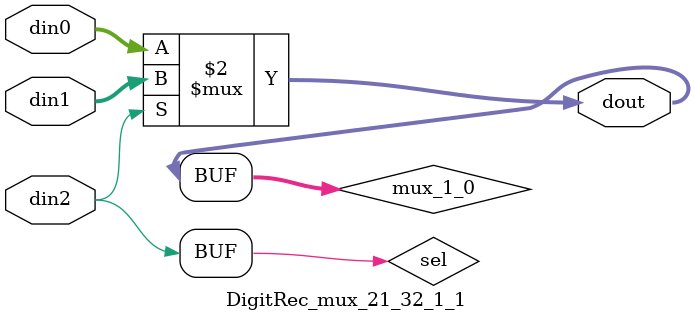
<source format=v>

`timescale 1ns/1ps

module DigitRec_mux_21_32_1_1 #(
parameter
    ID                = 0,
    NUM_STAGE         = 1,
    din0_WIDTH       = 32,
    din1_WIDTH       = 32,
    din2_WIDTH         = 32,
    dout_WIDTH            = 32
)(
    input  [31 : 0]     din0,
    input  [31 : 0]     din1,
    input  [0 : 0]    din2,
    output [31 : 0]   dout);

// puts internal signals
wire [0 : 0]     sel;
// level 1 signals
wire [31 : 0]         mux_1_0;

assign sel = din2;

// Generate level 1 logic
assign mux_1_0 = (sel[0] == 0)? din0 : din1;

// output logic
assign dout = mux_1_0;

endmodule

</source>
